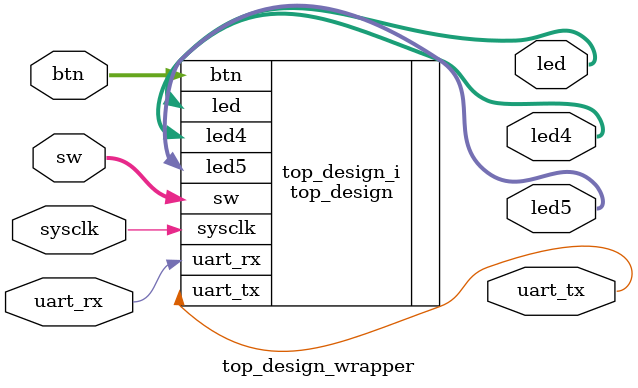
<source format=v>
`timescale 1 ps / 1 ps

module top_design_wrapper
   (btn,
    led,
    led4,
    led5,
    sw,
    sysclk,
    uart_rx,
    uart_tx);
  input [3:0]btn;
  output [3:0]led;
  output [2:0]led4;
  output [2:0]led5;
  input [1:0]sw;
  input sysclk;
  input uart_rx;
  output uart_tx;

  wire [3:0]btn;
  wire [3:0]led;
  wire [2:0]led4;
  wire [2:0]led5;
  wire [1:0]sw;
  wire sysclk;
  wire uart_rx;
  wire uart_tx;

  top_design top_design_i
       (.btn(btn),
        .led(led),
        .led4(led4),
        .led5(led5),
        .sw(sw),
        .sysclk(sysclk),
        .uart_rx(uart_rx),
        .uart_tx(uart_tx));
endmodule

</source>
